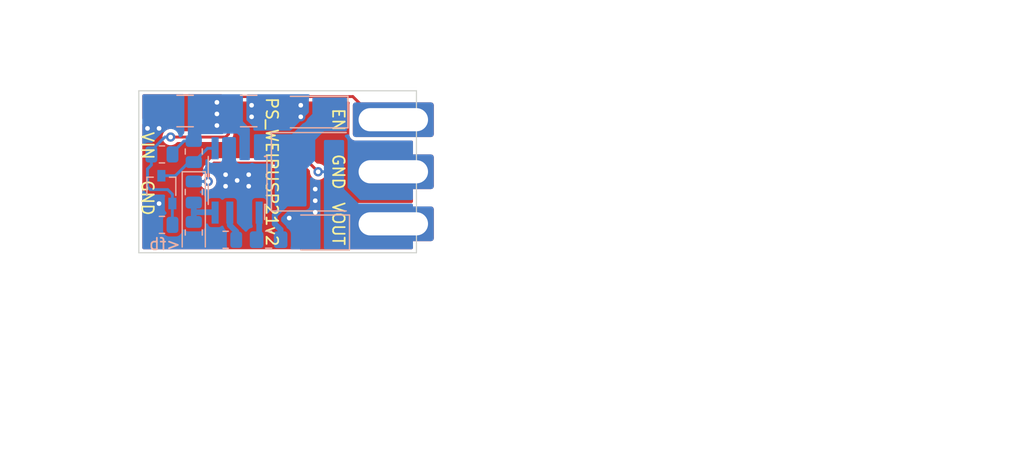
<source format=kicad_pcb>
(kicad_pcb (version 20211014) (generator pcbnew)
  (title_block (comment 4 "AISLER Project ID: NHUNBJMM"))
  (layers (0 "F.Cu" signal) (31 "B.Cu" signal) (34 "B.Paste" user) (35 "F.Paste" user) (36 "B.SilkS" user "B.Silkscreen") (37 "F.SilkS" user "F.Silkscreen") (38 "B.Mask" user) (39 "F.Mask" user) (44 "Edge.Cuts" user))
  (net 0 "")
  (net 1 "VIN")
  (net 2 "GND")
  (net 3 "Net-(Cboot1-Pad1)")
  (net 4 "EN_IN")
  (net 5 "VOUT")
  (net 6 "Net-(Cboot1-Pad2)")
  (net 7 "Net-(Q1-Pad3)")
  (net 8 "Net-(Rfb1-Pad2)")
  (net 9 "Net-(Rsync1-Pad1)")
  (footprint "TestPoint:TestPoint_THTPad_D1.0mm_Drill0.5mm" (layer "F.Cu") (at 120 78.5)
    (fp_text reference "EN1" hide)
    (fp_text value "Conn_01x01_Female")
    (pad "1" thru_hole roundrect (at 0 0) (size 7 3) (drill oval 6 2) (layers *.Cu *.Mask) (roundrect_rratio 0.08333333333) (net 4 "EN_IN"))
  )
  (footprint "Connector_Wire:SolderWirePad_1x01_SMD_1x2mm" (layer "F.Cu") (at 101 77.5 -90)
    (fp_text reference "VIN1" hide)
    (fp_text value "Conn_01x01_Female")
    (pad "1" smd roundrect (at 0 0 270) (size 2 5) (layers "F.Cu" "F.Paste" "F.Mask") (net 1 "VIN"))
  )
  (footprint "Connector_Wire:SolderWirePad_1x01_SMD_1x2mm" (layer "F.Cu") (at 101 88.5 90)
    (fp_text reference "GND1" hide)
    (fp_text value "Conn_01x01_Female")
    (pad "1" smd roundrect (at 0 0 90) (size 2 5) (layers "F.Cu" "F.Paste" "F.Mask") (net 2 "GND"))
  )
  (footprint "TestPoint:TestPoint_THTPad_D1.0mm_Drill0.5mm" (layer "F.Cu") (at 120 87.5)
    (fp_text reference "5V1" hide)
    (fp_text value "Conn_01x01_Female")
    (pad "1" thru_hole roundrect (at 0 0) (size 7 3) (drill oval 6 2) (layers *.Cu *.Mask) (roundrect_rratio 0.08333333333) (net 5 "VOUT"))
  )
  (footprint "TestPoint:TestPoint_THTPad_D1.0mm_Drill0.5mm" (layer "F.Cu") (at 120 83)
    (fp_text reference "GND2" hide)
    (fp_text value "Conn_01x01_Female")
    (pad "1" thru_hole roundrect locked (at 0 0) (size 7 3) (drill oval 6 2) (layers *.Cu *.Mask) (roundrect_rratio 0.08333333333) (net 2 "GND"))
  )
  (footprint "Diode_SMD:D_SOD-128" (layer "B.Cu") (at 113 77.8425 180)
    (fp_text reference "D1" hide)
    (fp_text value "40V, 550mV, 2A")
    (fp_line (start -3.08 1.36) (end -3.08 -1.36) (layer "B.SilkS") (width 0.12))
    (fp_line (start -3.08 -1.36) (end 1.9 -1.36) (layer "B.SilkS") (width 0.12))
    (fp_line (start -3.08 1.36) (end 1.9 1.36) (layer "B.SilkS") (width 0.12))
    (pad "1" smd rect (at -2.2 0 180) (size 1.4 2.1) (layers "B.Cu" "B.Paste" "B.Mask") (net 3 "Net-(Cboot1-Pad1)"))
    (pad "2" smd rect (at 2.2 0 180) (size 1.4 2.1) (layers "B.Cu" "B.Paste" "B.Mask") (net 2 "GND"))
  )
  (footprint "Resistor_SMD:R_0805_2012Metric" (layer "B.Cu") (at 102.75 84.75 -90)
    (fp_text reference "Rfb1" hide)
    (fp_text value "3k")
    (fp_line (start -0.227064 -0.735) (end 0.227064 -0.735) (layer "B.SilkS") (width 0.12))
    (fp_line (start -0.227064 0.735) (end 0.227064 0.735) (layer "B.SilkS") (width 0.12))
    (pad "1" smd roundrect (at -0.9125 0 270) (size 1.025 1.4) (layers "B.Cu" "B.Paste" "B.Mask") (roundrect_rratio 0.243902439) (net 5 "VOUT"))
    (pad "2" smd roundrect (at 0.9125 0 270) (size 1.025 1.4) (layers "B.Cu" "B.Paste" "B.Mask") (roundrect_rratio 0.243902439) (net 8 "Net-(Rfb1-Pad2)"))
  )
  (footprint "Capacitor_SMD:C_1210_3225Metric" (layer "B.Cu") (at 107.5 77.75)
    (fp_text reference "Cin1" hide)
    (fp_text value "50V, 10uF")
    (fp_line (start -0.711252 1.36) (end 0.711252 1.36) (layer "B.SilkS") (width 0.12))
    (fp_line (start -0.711252 -1.36) (end 0.711252 -1.36) (layer "B.SilkS") (width 0.12))
    (pad "1" smd roundrect (at -1.475 0) (size 1.15 2.7) (layers "B.Cu" "B.Paste" "B.Mask") (roundrect_rratio 0.2173913043) (net 1 "VIN"))
    (pad "2" smd roundrect (at 1.475 0) (size 1.15 2.7) (layers "B.Cu" "B.Paste" "B.Mask") (roundrect_rratio 0.2173913043) (net 2 "GND"))
  )
  (footprint "Package_TO_SOT_SMD:SOT-23W" (layer "B.Cu") (at 99.949 84.54375 90)
    (fp_text reference "Q1" hide)
    (fp_text value "BSS 138")
    (fp_line (start 1.075 1.25) (end 1.075 0.7) (layer "B.SilkS") (width 0.12))
    (fp_line (start 1.075 -0.7) (end 1.075 -1.25) (layer "B.SilkS") (width 0.12))
    (fp_line (start -0.5 -1.25) (end 1.075 -1.25) (layer "B.SilkS") (width 0.12))
    (fp_line (start -0.5 1.25) (end 1.075 1.25) (layer "B.SilkS") (width 0.12))
    (pad "1" smd rect (at -1.2 0.95 90) (size 1 0.7) (layers "B.Cu" "B.Paste" "B.Mask") (net 4 "EN_IN"))
    (pad "2" smd rect (at -1.2 -0.95 90) (size 1 0.7) (layers "B.Cu" "B.Paste" "B.Mask") (net 2 "GND"))
    (pad "3" smd rect (at 1.2 0 90) (size 1 0.7) (layers "B.Cu" "B.Paste" "B.Mask") (net 7 "Net-(Q1-Pad3)"))
  )
  (footprint "Package_SO:TI_SO-PowerPAD-8" (layer "B.Cu") (at 106.5 83.75 90)
    (fp_text reference "U1" hide)
    (fp_text value "LM22670")
    (fp_line (start -2.075 2.575) (end -2.075 2.375) (layer "B.SilkS") (width 0.12))
    (fp_line (start -2.075 2.375) (end -3.375 2.375) (layer "B.SilkS") (width 0.12))
    (fp_line (start -2.075 2.575) (end 2.075 2.575) (layer "B.SilkS") (width 0.12))
    (fp_line (start 2.075 2.575) (end 2.075 2.375) (layer "B.SilkS") (width 0.15))
    (fp_line (start -2.075 -2.5) (end 2.075 -2.5) (layer "B.SilkS") (width 0.12))
    (pad "1" smd rect (at -2.78 1.905 90) (size 1.91 0.61) (layers "B.Cu" "B.Paste" "B.Mask") (net 6 "Net-(Cboot1-Pad2)"))
    (pad "2" smd rect (at -2.78 0.635 90) (size 1.91 0.61) (layers "B.Cu" "B.Paste" "B.Mask") (net 2 "GND"))
    (pad "3" smd rect (at -2.78 -0.635 90) (size 1.91 0.61) (layers "B.Cu" "B.Paste" "B.Mask") (net 9 "Net-(Rsync1-Pad1)"))
    (pad "4" smd rect (at -2.78 -1.905 90) (size 1.91 0.61) (layers "B.Cu" "B.Paste" "B.Mask") (net 8 "Net-(Rfb1-Pad2)"))
    (pad "5" smd rect (at 2.78 -1.905 90) (size 1.91 0.61) (layers "B.Cu" "B.Paste" "B.Mask") (net 7 "Net-(Q1-Pad3)"))
    (pad "6" smd rect (at 2.78 -0.635 90) (size 1.91 0.61) (layers "B.Cu" "B.Paste" "B.Mask") (net 2 "GND"))
    (pad "7" smd rect (at 2.78 0.635 90) (size 1.91 0.61) (layers "B.Cu" "B.Paste" "B.Mask") (net 1 "VIN"))
    (pad "8" smd rect (at 2.78 1.905 90) (size 1.91 0.61) (layers "B.Cu" "B.Paste" "B.Mask") (net 3 "Net-(Cboot1-Pad1)"))
    (pad "9" smd rect (at 0 0 90) (size 2.25 3.02175) (layers "B.Cu" "B.Paste" "B.Mask") (net 2 "GND"))
  )
  (footprint "Resistor_SMD:R_0805_2012Metric" (layer "B.Cu") (at 105.507 88.881 180)
    (fp_text reference "Rsync1" hide)
    (fp_text value "34.8k")
    (fp_line (start -0.227064 -0.735) (end 0.227064 -0.735) (layer "B.SilkS") (width 0.12))
    (fp_line (start -0.227064 0.735) (end 0.227064 0.735) (layer "B.SilkS") (width 0.12))
    (pad "1" smd roundrect (at -0.9125 0 180) (size 1.025 1.4) (layers "B.Cu" "B.Paste" "B.Mask") (roundrect_rratio 0.243902439) (net 9 "Net-(Rsync1-Pad1)"))
    (pad "2" smd roundrect (at 0.9125 0 180) (size 1.025 1.4) (layers "B.Cu" "B.Paste" "B.Mask") (roundrect_rratio 0.243902439) (net 2 "GND"))
  )
  (footprint "Resistor_SMD:R_0805_2012Metric" (layer "B.Cu") (at 100 87.59175 180)
    (fp_text reference "Rmos2" hide)
    (fp_text value "5k")
    (fp_line (start -0.227064 -0.735) (end 0.227064 -0.735) (layer "B.SilkS") (width 0.12))
    (fp_line (start -0.227064 0.735) (end 0.227064 0.735) (layer "B.SilkS") (width 0.12))
    (pad "1" smd roundrect (at -0.9125 0 180) (size 1.025 1.4) (layers "B.Cu" "B.Paste" "B.Mask") (roundrect_rratio 0.243902439) (net 4 "EN_IN"))
    (pad "2" smd roundrect (at 0.9125 0 180) (size 1.025 1.4) (layers "B.Cu" "B.Paste" "B.Mask") (roundrect_rratio 0.243902439) (net 2 "GND"))
  )
  (footprint "Capacitor_SMD:C_0805_2012Metric_Pad1.18x1.45mm_HandSolder" (layer "B.Cu") (at 109.221 88.871 180)
    (fp_text reference "Cboot1" hide)
    (fp_text value "50V, 10nF")
    (fp_line (start -0.261252 -0.735) (end 0.261252 -0.735) (layer "B.SilkS") (width 0.12))
    (fp_line (start -0.261252 0.735) (end 0.261252 0.735) (layer "B.SilkS") (width 0.12))
    (pad "1" smd roundrect (at -1.0375 0 180) (size 1.175 1.45) (layers "B.Cu" "B.Paste" "B.Mask") (roundrect_rratio 0.2127659574) (net 3 "Net-(Cboot1-Pad1)"))
    (pad "2" smd roundrect (at 1.0375 0 180) (size 1.175 1.45) (layers "B.Cu" "B.Paste" "B.Mask") (roundrect_rratio 0.2127659574) (net 6 "Net-(Cboot1-Pad2)"))
  )
  (footprint "Resistor_SMD:R_0805_2012Metric" (layer "B.Cu") (at 102.75 88.25 -90)
    (fp_text reference "Rfb2" hide)
    (fp_text value "1k")
    (fp_line (start -0.227064 -0.735) (end 0.227064 -0.735) (layer "B.SilkS") (width 0.12))
    (fp_line (start -0.227064 0.735) (end 0.227064 0.735) (layer "B.SilkS") (width 0.12))
    (pad "1" smd roundrect (at -0.9125 0 270) (size 1.025 1.4) (layers "B.Cu" "B.Paste" "B.Mask") (roundrect_rratio 0.243902439) (net 8 "Net-(Rfb1-Pad2)"))
    (pad "2" smd roundrect (at 0.9125 0 270) (size 1.025 1.4) (layers "B.Cu" "B.Paste" "B.Mask") (roundrect_rratio 0.243902439) (net 2 "GND"))
  )
  (footprint "Inductor_SMD:L_Coilcraft_XAL60xx_6.36x6.56mm" (layer "B.Cu") (at 112.75 83)
    (fp_text reference "L1" hide)
    (fp_text value "XAL6060-822MEC")
    (fp_line (start -3.29 3.39) (end 3.18 3.39) (layer "B.SilkS") (width 0.12))
    (fp_line (start -3.29 -3.39) (end 3.18 -3.39) (layer "B.SilkS") (width 0.12))
    (fp_line (start -3.29 3.39) (end -3.29 -3.39) (layer "B.SilkS") (width 0.12))
    (pad "1" smd rect (at -2.02 0) (size 1.43 5.5) (layers "B.Cu" "B.Paste" "B.Mask") (net 3 "Net-(Cboot1-Pad1)"))
    (pad "2" smd rect (at 2.02 0) (size 1.43 5.5) (layers "B.Cu" "B.Paste" "B.Mask") (net 5 "VOUT"))
  )
  (footprint "Capacitor_Tantalum_SMD:CP_EIA-3528-21_Kemet-B" (layer "B.Cu") (at 113.75 88.25 180)
    (fp_text reference "Cout1" hide)
    (fp_text value "10V, 47uF, Tantal")
    (fp_line (start -2.46 -1.51) (end 1.75 -1.51) (layer "B.SilkS") (width 0.12))
    (fp_line (start 1.75 1.51) (end -2.46 1.51) (layer "B.SilkS") (width 0.12))
    (fp_line (start -2.46 1.51) (end -2.46 -1.51) (layer "B.SilkS") (width 0.12))
    (pad "1" smd roundrect (at -1.5375 0 180) (size 1.325 2.35) (layers "B.Cu" "B.Paste" "B.Mask") (roundrect_rratio 0.1886792453) (net 5 "VOUT"))
    (pad "2" smd roundrect (at 1.5375 0 180) (size 1.325 2.35) (layers "B.Cu" "B.Paste" "B.Mask") (roundrect_rratio 0.1886792453) (net 2 "GND"))
  )
  (footprint "Resistor_SMD:R_0805_2012Metric" (layer "B.Cu") (at 100 81.5 180)
    (fp_text reference "Rmos1" hide)
    (fp_text value "10k")
    (fp_line (start -0.227064 -0.735) (end 0.227064 -0.735) (layer "B.SilkS") (width 0.12))
    (fp_line (start -0.227064 0.735) (end 0.227064 0.735) (layer "B.SilkS") (width 0.12))
    (pad "1" smd roundrect (at -0.9125 0 180) (size 1.025 1.4) (layers "B.Cu" "B.Paste" "B.Mask") (roundrect_rratio 0.243902439) (net 1 "VIN"))
    (pad "2" smd roundrect (at 0.9125 0 180) (size 1.025 1.4) (layers "B.Cu" "B.Paste" "B.Mask") (roundrect_rratio 0.243902439) (net 4 "EN_IN"))
  )
  (footprint "Capacitor_SMD:C_1210_3225Metric" (layer "B.Cu") (at 102 77.75 180)
    (fp_text reference "Cin2" hide)
    (fp_text value "50V, 10uF")
    (fp_line (start -0.711252 -1.36) (end 0.711252 -1.36) (layer "B.SilkS") (width 0.12))
    (fp_line (start -0.711252 1.36) (end 0.711252 1.36) (layer "B.SilkS") (width 0.12))
    (pad "1" smd roundrect (at -1.475 0 180) (size 1.15 2.7) (layers "B.Cu" "B.Paste" "B.Mask") (roundrect_rratio 0.2173913043) (net 1 "VIN"))
    (pad "2" smd roundrect (at 1.475 0 180) (size 1.15 2.7) (layers "B.Cu" "B.Paste" "B.Mask") (roundrect_rratio 0.2173913043) (net 2 "GND"))
  )
  (footprint "Resistor_SMD:R_0805_2012Metric" (layer "B.Cu") (at 102.75 81.25 -90)
    (fp_text reference "Ren1" hide)
    (fp_text value "470kOhm")
    (fp_line (start -0.227064 -0.735) (end 0.227064 -0.735) (layer "B.SilkS") (width 0.12))
    (fp_line (start -0.227064 0.735) (end 0.227064 0.735) (layer "B.SilkS") (width 0.12))
    (pad "1" smd roundrect (at -0.9125 0 270) (size 1.025 1.4) (layers "B.Cu" "B.Paste" "B.Mask") (roundrect_rratio 0.243902439) (net 1 "VIN"))
    (pad "2" smd roundrect (at 0.9125 0 270) (size 1.025 1.4) (layers "B.Cu" "B.Paste" "B.Mask") (roundrect_rratio 0.243902439) (net 7 "Net-(Q1-Pad3)"))
  )
  (gr_line (start 101.75 83) (end 103.75 83) (layer "B.SilkS") (width 0.12))
  (gr_line (start 101.75 83) (end 101.75 89.5) (layer "B.SilkS") (width 0.12))
  (gr_line (start 103.75 83) (end 103.75 89.5) (layer "B.SilkS") (width 0.12))
  (gr_line (start 122 76) (end 122 90) (layer "Edge.Cuts") (width 0.1))
  (gr_line (start 98 90) (end 98 76) (layer "Edge.Cuts") (width 0.1))
  (gr_line (start 122 76) (end 98 76) (layer "Edge.Cuts") (width 0.1))
  (gr_line (start 98 90) (end 122 90) (layer "Edge.Cuts") (width 0.1))
  (gr_text "<fb" (at 100.25 89.25) (layer "B.SilkS") (effects (font (size 1 1)) (justify mirror)))
  (gr_text "VIN" (at 98.75 80.75 270) (layer "F.SilkS") (effects (font (size 1 1))))
  (gr_text "PS_WEIPUSP21v2" (at 109.5 83 270) (layer "F.SilkS") (effects (font (size 1 1))))
  (gr_text "GND" (at 98.75 85.25 270) (layer "F.SilkS") (effects (font (size 1 1))))
  (gr_text "VOUT" (at 115.25 87.5 270) (layer "F.SilkS") (effects (font (size 1 1))))
  (gr_text "EN" (at 115.25 78.5 270) (layer "F.SilkS") (effects (font (size 1 1))))
  (gr_text "GND" (at 115.25 83 270) (layer "F.SilkS") (effects (font (size 1 1))))
  (via (at 104.75 79) (size 0.8) (drill 0.4) (layers "F.Cu" "B.Cu") (net 1))
  (via (at 104.75 78) (size 0.8) (drill 0.4) (layers "F.Cu" "B.Cu") (net 1))
  (via (at 104.75 77) (size 0.8) (drill 0.4) (layers "F.Cu" "B.Cu") (net 1))
  (segment (start 100.9125 81.3375) (end 100.9125 81.5) (width 0.25) (layer "B.Cu") (net 1))
  (segment (start 101.9125 80.3375) (end 100.9125 81.3375) (width 0.25) (layer "B.Cu") (net 1))
  (segment (start 102.75 80.3375) (end 101.9125 80.3375) (width 0.25) (layer "B.Cu") (net 1))
  (via (at 107.75 77.25) (size 0.8) (drill 0.4) (layers "F.Cu" "B.Cu") (net 2))
  (via (at 107.5 84.25) (size 0.8) (drill 0.4) (layers "F.Cu" "B.Cu") (net 2))
  (via (at 113.25 85.5) (size 0.8) (drill 0.4) (layers "F.Cu" "B.Cu") (net 2))
  (via (at 105.5 84.25) (size 0.8) (drill 0.4) (layers "F.Cu" "B.Cu") (net 2))
  (via (at 106.5 83.75) (size 0.8) (drill 0.4) (layers "F.Cu" "B.Cu") (net 2))
  (via (at 112 77.25) (size 0.8) (drill 0.4) (layers "F.Cu" "B.Cu") (net 2))
  (via (at 98.75 79.25) (size 0.8) (drill 0.4) (layers "F.Cu" "B.Cu") (net 2))
  (via (at 113.25 84.5) (size 0.8) (drill 0.4) (layers "F.Cu" "B.Cu") (net 2))
  (via (at 107.5 83.25) (size 0.8) (drill 0.4) (layers "F.Cu" "B.Cu") (net 2))
  (via (at 107.75 78.25) (size 0.8) (drill 0.4) (layers "F.Cu" "B.Cu") (net 2))
  (via (at 113.25 86.5) (size 0.8) (drill 0.4) (layers "F.Cu" "B.Cu") (net 2))
  (via (at 111 87) (size 0.8) (drill 0.4) (layers "F.Cu" "B.Cu") (net 2))
  (via (at 99.75 85.75) (size 0.8) (drill 0.4) (layers "F.Cu" "B.Cu") (net 2))
  (via (at 105.5 83.25) (size 0.8) (drill 0.4) (layers "F.Cu" "B.Cu") (net 2))
  (via (at 99.75 79.25) (size 0.8) (drill 0.4) (layers "F.Cu" "B.Cu") (net 2))
  (via (at 112 78.25) (size 0.8) (drill 0.4) (layers "F.Cu" "B.Cu") (net 2))
  (segment (start 99.00525 85.75) (end 98.999 85.74375) (width 0.5) (layer "B.Cu") (net 2))
  (segment (start 102.773 89.1155) (end 102.7815 89.1155) (width 0.5) (layer "B.Cu") (net 2))
  (segment (start 99.75 85.75) (end 99.00525 85.75) (width 0.5) (layer "B.Cu") (net 2))
  (segment (start 109.75 87.5) (end 109.75 86.75) (width 0.5) (layer "B.Cu") (net 3))
  (segment (start 110.2585 88.871) (end 110.2585 88.0085) (width 0.5) (layer "B.Cu") (net 3))
  (segment (start 110.868 82.8225) (end 110.748 82.9425) (width 1) (layer "B.Cu") (net 3))
  (segment (start 110.73 85.77) (end 110.73 83) (width 0.5) (layer "B.Cu") (net 3))
  (segment (start 110.2585 88.0085) (end 109.75 87.5) (width 0.5) (layer "B.Cu") (net 3))
  (segment (start 109.75 86.75) (end 110.73 85.77) (width 0.5) (layer "B.Cu") (net 3))
  (segment (start 116.5 76.5) (end 118.5 78.5) (width 0.25) (layer "F.Cu") (net 4))
  (segment (start 100.75 80) (end 105.5 80) (width 0.25) (layer "F.Cu") (net 4))
  (segment (start 106 76.5) (end 116.5 76.5) (width 0.25) (layer "F.Cu") (net 4))
  (segment (start 105.75 79.75) (end 105.75 76.75) (width 0.25) (layer "F.Cu") (net 4))
  (segment (start 105.5 80) (end 105.75 79.75) (width 0.25) (layer "F.Cu") (net 4))
  (segment (start 105.75 76.75) (end 106 76.5) (width 0.25) (layer "F.Cu") (net 4))
  (segment (start 118.5 78.5) (end 120 78.5) (width 0.25) (layer "F.Cu") (net 4))
  (via (at 100.75 80) (size 0.8) (drill 0.4) (layers "F.Cu" "B.Cu") (net 4))
  (segment (start 99.0875 82.4125) (end 99.0875 81.5) (width 0.25) (layer "B.Cu") (net 4))
  (segment (start 99.0875 81.1625) (end 99.0875 81.5) (width 0.25) (layer "B.Cu") (net 4))
  (segment (start 99 84.54375) (end 98.75 84.29375) (width 0.25) (layer "B.Cu") (net 4))
  (segment (start 100.899 87.57825) (end 100.9125 87.59175) (width 0.25) (layer "B.Cu") (net 4))
  (segment (start 98.75 82.75) (end 99.0875 82.4125) (width 0.25) (layer "B.Cu") (net 4))
  (segment (start 100.899 84.94275) (end 100.5 84.54375) (width 0.25) (layer "B.Cu") (net 4))
  (segment (start 100.899 85.74375) (end 100.899 84.94275) (width 0.25) (layer "B.Cu") (net 4))
  (segment (start 100.25 80) (end 99.0875 81.1625) (width 0.25) (layer "B.Cu") (net 4))
  (segment (start 100.5 84.54375) (end 99 84.54375) (width 0.25) (layer "B.Cu") (net 4))
  (segment (start 98.75 84.29375) (end 98.75 82.75) (width 0.25) (layer "B.Cu") (net 4))
  (segment (start 100.75 80) (end 100.25 80) (width 0.25) (layer "B.Cu") (net 4))
  (segment (start 100.899 85.74375) (end 100.899 87.57825) (width 0.25) (layer "B.Cu") (net 4))
  (segment (start 113.5 83) (end 112.75 82.25) (width 0.25) (layer "F.Cu") (net 5))
  (segment (start 104.5 82.25) (end 104 82.75) (width 0.25) (layer "F.Cu") (net 5))
  (segment (start 112.75 82.25) (end 104.5 82.25) (width 0.25) (layer "F.Cu") (net 5))
  (segment (start 104 82.75) (end 104 83.8375) (width 0.25) (layer "F.Cu") (net 5))
  (via (at 113.5 83) (size 0.8) (drill 0.4) (layers "F.Cu" "B.Cu") (net 5))
  (via (at 104 83.8375) (size 0.8) (drill 0.4) (layers "F.Cu" "B.Cu") (net 5))
  (segment (start 102.75 83.8375) (end 104 83.8375) (width 0.25) (layer "B.Cu") (net 5))
  (segment (start 114.77 83) (end 113.5 83) (width 0.25) (layer "B.Cu") (net 5))
  (segment (start 108.405 86.53) (end 108.405 88.6495) (width 0.5) (layer "B.Cu") (net 6))
  (segment (start 108.431 88.6235) (end 108.1835 88.871) (width 0.5) (layer "B.Cu") (net 6))
  (segment (start 108.405 88.6495) (end 108.1835 88.871) (width 0.5) (layer "B.Cu") (net 6))
  (segment (start 101.15625 83.34375) (end 99.949 83.34375) (width 0.25) (layer "B.Cu") (net 7))
  (segment (start 103.9425 80.97) (end 102.75 82.1625) (width 0.25) (layer "B.Cu") (net 7))
  (segment (start 104.595 80.97) (end 103.9425 80.97) (width 0.25) (layer "B.Cu") (net 7))
  (segment (start 102.75 82.1625) (end 102.3375 82.1625) (width 0.25) (layer "B.Cu") (net 7))
  (segment (start 102.3375 82.1625) (end 101.15625 83.34375) (width 0.25) (layer "B.Cu") (net 7))
  (segment (start 102.75 86.5) (end 104.565 86.5) (width 0.5) (layer "B.Cu") (net 8))
  (segment (start 104.565 86.5) (end 104.595 86.53) (width 0.5) (layer "B.Cu") (net 8))
  (segment (start 102.75 87.3375) (end 102.75 86.5) (width 0.5) (layer "B.Cu") (net 8))
  (segment (start 102.75 86.5) (end 102.75 85.6625) (width 0.5) (layer "B.Cu") (net 8))
  (segment (start 105.865 87.615) (end 106.4195 88.1695) (width 0.5) (layer "B.Cu") (net 9))
  (segment (start 105.865 86.53) (end 105.865 87.615) (width 0.5) (layer "B.Cu") (net 9))
  (segment (start 106.4195 88.1695) (end 106.4195 88.881) (width 0.5) (layer "B.Cu") (net 9))
  (zone (net 1) (net_name "VIN") (layer "F.Cu") (priority 1) (connect_pads yes (clearance 0.25)) (min_thickness 0.25) (fill yes (thermal_gap 0.5) (thermal_bridge_width 0.5))
    (polygon (pts (xy 105.25 79.5) (xy 101.5 79.5) (xy 100.5 78.5) (xy 98 78.5) (xy 98.010647 76) (xy 105.25 76)))
  )
  (zone (net 2) (net_name "GND") (layers F&B.Cu) (connect_pads yes (clearance 0.3)) (min_thickness 0.25) (fill yes (thermal_gap 0.5) (thermal_bridge_width 0.5))
    (polygon (pts (xy 122.75 90.75) (xy 97.25 90.75) (xy 97.25 75.25) (xy 122.75 75.25)))
  )
  (zone (net 1) (net_name "VIN") (layer "B.Cu") (priority 2) (connect_pads yes (clearance 0.16)) (min_thickness 0.1524) (fill yes (thermal_gap 0.508) (thermal_bridge_width 0.508))
    (polygon (pts (xy 107 78.65) (xy 107.6 79.25) (xy 107.6 82) (xy 106.7 82) (xy 106.7 79.9) (xy 106.5 79.7) (xy 105.3 79.7) (xy 105.25 79.75) (xy 103.4 79.75) (xy 103.4 80.75) (xy 102.235 80.75) (xy 102.235 75.946) (xy 107 75.946)))
  )
  (zone (net 5) (net_name "VOUT") (layer "B.Cu") (priority 2) (connect_pads yes (clearance 0.16)) (min_thickness 0.254) (fill yes (thermal_gap 0.508) (thermal_bridge_width 0.508))
    (polygon (pts (xy 115.75 84.5) (xy 117 85.75) (xy 122 85.75) (xy 122 90.043) (xy 114 90) (xy 114 80.25) (xy 115.75 80.25)))
  )
  (zone (net 3) (net_name "Net-(Cboot1-Pad1)") (layer "B.Cu") (priority 1) (connect_pads yes (clearance 0.16)) (min_thickness 0.254) (fill yes (thermal_gap 0.508) (thermal_bridge_width 0.508))
    (polygon (pts (xy 116 79.5) (xy 114 79.5) (xy 113.25 80.25) (xy 113.25 82) (xy 112.5 82.75) (xy 112.5 86) (xy 109.75 86) (xy 109.75 82) (xy 107.95 82) (xy 107.95 79.75) (xy 111.25 79.75) (xy 113 78) (xy 113 76.581) (xy 116 76.581)))
  )
)
</source>
